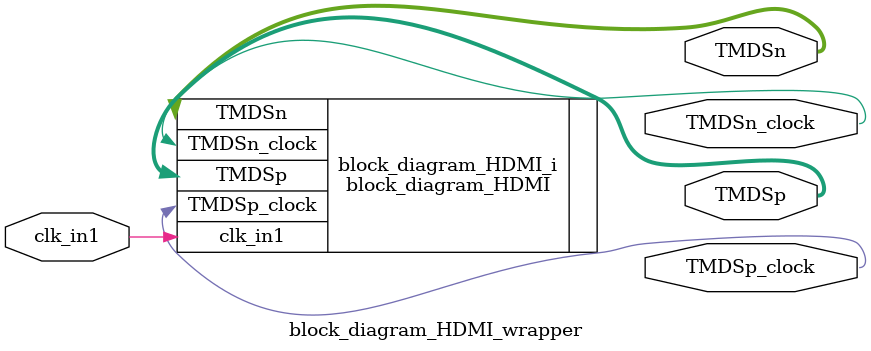
<source format=v>
`timescale 1 ps / 1 ps

module block_diagram_HDMI_wrapper
   (TMDSn,
    TMDSn_clock,
    TMDSp,
    TMDSp_clock,
    clk_in1);
  output [2:0]TMDSn;
  output TMDSn_clock;
  output [2:0]TMDSp;
  output TMDSp_clock;
  input clk_in1;

  wire [2:0]TMDSn;
  wire TMDSn_clock;
  wire [2:0]TMDSp;
  wire TMDSp_clock;
  wire clk_in1;

  block_diagram_HDMI block_diagram_HDMI_i
       (.TMDSn(TMDSn),
        .TMDSn_clock(TMDSn_clock),
        .TMDSp(TMDSp),
        .TMDSp_clock(TMDSp_clock),
        .clk_in1(clk_in1));
endmodule

</source>
